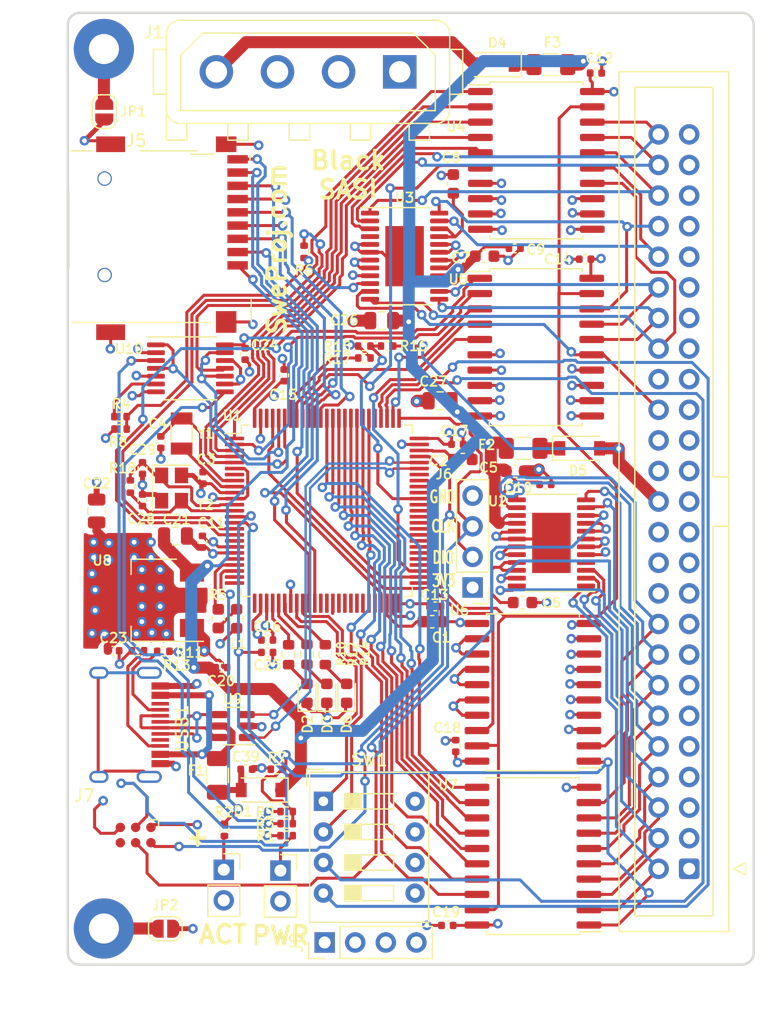
<source format=kicad_pcb>
(kicad_pcb (version 20211014) (generator pcbnew)

  (general
    (thickness 4.69)
  )

  (paper "A4")
  (title_block
    (title "BlackSASI")
    (date "2022-03-20")
    (rev "1.00")
    (company "SweProj.com")
  )

  (layers
    (0 "F.Cu" signal)
    (1 "In1.Cu" signal)
    (2 "In2.Cu" signal)
    (31 "B.Cu" signal)
    (32 "B.Adhes" user "B.Adhesive")
    (33 "F.Adhes" user "F.Adhesive")
    (34 "B.Paste" user)
    (35 "F.Paste" user)
    (36 "B.SilkS" user "B.Silkscreen")
    (37 "F.SilkS" user "F.Silkscreen")
    (38 "B.Mask" user)
    (39 "F.Mask" user)
    (40 "Dwgs.User" user "User.Drawings")
    (41 "Cmts.User" user "User.Comments")
    (42 "Eco1.User" user "User.Eco1")
    (43 "Eco2.User" user "User.Eco2")
    (44 "Edge.Cuts" user)
    (45 "Margin" user)
    (46 "B.CrtYd" user "B.Courtyard")
    (47 "F.CrtYd" user "F.Courtyard")
    (48 "B.Fab" user)
    (49 "F.Fab" user)
  )

  (setup
    (stackup
      (layer "F.SilkS" (type "Top Silk Screen"))
      (layer "F.Paste" (type "Top Solder Paste"))
      (layer "F.Mask" (type "Top Solder Mask") (thickness 0.01))
      (layer "F.Cu" (type "copper") (thickness 0.035))
      (layer "dielectric 1" (type "core") (thickness 1.51) (material "FR4") (epsilon_r 4.5) (loss_tangent 0.02))
      (layer "In1.Cu" (type "copper") (thickness 0.035))
      (layer "dielectric 2" (type "prepreg") (thickness 1.51) (material "FR4") (epsilon_r 4.5) (loss_tangent 0.02))
      (layer "In2.Cu" (type "copper") (thickness 0.035))
      (layer "dielectric 3" (type "core") (thickness 1.51) (material "FR4") (epsilon_r 4.5) (loss_tangent 0.02))
      (layer "B.Cu" (type "copper") (thickness 0.035))
      (layer "B.Mask" (type "Bottom Solder Mask") (thickness 0.01))
      (layer "B.Paste" (type "Bottom Solder Paste"))
      (layer "B.SilkS" (type "Bottom Silk Screen"))
      (copper_finish "None")
      (dielectric_constraints no)
    )
    (pad_to_mask_clearance 0.05)
    (pcbplotparams
      (layerselection 0x00010fc_ffffffff)
      (disableapertmacros false)
      (usegerberextensions true)
      (usegerberattributes true)
      (usegerberadvancedattributes true)
      (creategerberjobfile false)
      (svguseinch false)
      (svgprecision 6)
      (excludeedgelayer false)
      (plotframeref false)
      (viasonmask false)
      (mode 1)
      (useauxorigin false)
      (hpglpennumber 1)
      (hpglpenspeed 20)
      (hpglpendiameter 15.000000)
      (dxfpolygonmode true)
      (dxfimperialunits true)
      (dxfusepcbnewfont true)
      (psnegative false)
      (psa4output false)
      (plotreference true)
      (plotvalue true)
      (plotinvisibletext false)
      (sketchpadsonfab false)
      (subtractmaskfromsilk true)
      (outputformat 4)
      (mirror false)
      (drillshape 0)
      (scaleselection 1)
      (outputdirectory "pdf")
    )
  )

  (net 0 "")
  (net 1 "/SD_MISO")
  (net 2 "GND")
  (net 3 "/SD_CLK")
  (net 4 "+3V3")
  (net 5 "/SD_MOSI")
  (net 6 "/SD_CS")
  (net 7 "/SCSI_IO")
  (net 8 "/SCSI_REQ")
  (net 9 "/SCSI_CD")
  (net 10 "/SCSI_SEL")
  (net 11 "/SCSI_RST")
  (net 12 "/SCSI_ACK")
  (net 13 "/SCSI_BSY")
  (net 14 "/SCSI_ATN")
  (net 15 "/SCSI_MSG")
  (net 16 "/SCSI_DBP")
  (net 17 "/SCSI_DAT7")
  (net 18 "/SCSI_DAT6")
  (net 19 "/SCSI_DAT5")
  (net 20 "/SCSI_DAT4")
  (net 21 "/SCSI_DAT3")
  (net 22 "/SCSI_DAT2")
  (net 23 "/SCSI_DAT1")
  (net 24 "/SCSI_DAT0")
  (net 25 "/TERM_PWR")
  (net 26 "+5V")
  (net 27 "/EXTERNAL_LED")
  (net 28 "Net-(J4-Pad1)")
  (net 29 "unconnected-(J2-Pad34)")
  (net 30 "unconnected-(J2-Pad25)")
  (net 31 "Net-(C1-Pad1)")
  (net 32 "Net-(C2-Pad1)")
  (net 33 "Net-(C3-Pad1)")
  (net 34 "Net-(C4-Pad1)")
  (net 35 "Net-(C6-Pad1)")
  (net 36 "unconnected-(U1-Pad18)")
  (net 37 "unconnected-(U1-Pad21)")
  (net 38 "unconnected-(U1-Pad24)")
  (net 39 "unconnected-(J6-Pad2)")
  (net 40 "Net-(R3-Pad2)")
  (net 41 "Net-(C29-Pad1)")
  (net 42 "/LOW_TERM_1")
  (net 43 "Net-(R11-Pad2)")
  (net 44 "Net-(R13-Pad2)")
  (net 45 "/SD_DAT1")
  (net 46 "unconnected-(U1-Pad46)")
  (net 47 "unconnected-(U1-Pad55)")
  (net 48 "unconnected-(U1-Pad56)")
  (net 49 "unconnected-(U1-Pad57)")
  (net 50 "unconnected-(U1-Pad58)")
  (net 51 "unconnected-(U1-Pad59)")
  (net 52 "unconnected-(U1-Pad60)")
  (net 53 "unconnected-(U1-Pad61)")
  (net 54 "unconnected-(U1-Pad62)")
  (net 55 "unconnected-(U1-Pad63)")
  (net 56 "unconnected-(U1-Pad64)")
  (net 57 "unconnected-(U1-Pad66)")
  (net 58 "unconnected-(U1-Pad80)")
  (net 59 "unconnected-(U1-Pad98)")
  (net 60 "Net-(H2-Pad1)")
  (net 61 "/SD_DET")
  (net 62 "unconnected-(U2-Pad4)")
  (net 63 "/SD_DAT2")
  (net 64 "unconnected-(U1-Pad37)")
  (net 65 "unconnected-(U1-Pad54)")
  (net 66 "Net-(C8-Pad1)")
  (net 67 "Net-(L1-Pad2)")
  (net 68 "unconnected-(U3-Pad4)")
  (net 69 "/HIGH TERM_2")
  (net 70 "Net-(F1-Pad2)")
  (net 71 "/E_SCSI_DAT0")
  (net 72 "/E_SCSI_DAT1")
  (net 73 "/E_SCSI_DAT2")
  (net 74 "/E_SCSI_DAT3")
  (net 75 "/E_SCSI_DAT4")
  (net 76 "/E_SCSI_DAT5")
  (net 77 "/E_SCSI_DAT6")
  (net 78 "/E_SCSI_DAT7")
  (net 79 "/E_SCSI_DBP")
  (net 80 "/E_SCSI_ATN")
  (net 81 "/E_SCSI_BSY")
  (net 82 "/E_SCSI_ACK")
  (net 83 "/E_SCSI_RST")
  (net 84 "/E_SCSI_MSG")
  (net 85 "/E_SCSI_SEL")
  (net 86 "/E_SCSI_CD")
  (net 87 "/E_SCSI_REQ")
  (net 88 "/E_SCSI_IO")
  (net 89 "/SCSI_DTD")
  (net 90 "/SCSI_IND")
  (net 91 "/SCSI_TAD")
  (net 92 "Net-(R5-Pad2)")
  (net 93 "/USB-")
  (net 94 "Net-(U9-Pad4)")
  (net 95 "Net-(U9-Pad6)")
  (net 96 "unconnected-(USB1-Pad13)")
  (net 97 "unconnected-(USB1-Pad9)")
  (net 98 "unconnected-(USB1-Pad3)")
  (net 99 "Net-(R4-Pad2)")
  (net 100 "USB_POWER")
  (net 101 "/LOW TERM_2")
  (net 102 "/HIGH_TERM_1")
  (net 103 "unconnected-(J6-Pad3)")
  (net 104 "unconnected-(J7-Pad1)")
  (net 105 "unconnected-(U1-Pad67)")
  (net 106 "unconnected-(U1-Pad68)")
  (net 107 "unconnected-(U1-Pad69)")
  (net 108 "/SWDIO")
  (net 109 "/SWCLK")
  (net 110 "+5VP")
  (net 111 "/HIGH_TERM")
  (net 112 "/LOW_TERM")
  (net 113 "Net-(D5-Pad1)")
  (net 114 "Net-(D4-Pad1)")
  (net 115 "unconnected-(J7-Pad6)")
  (net 116 "/nRST")
  (net 117 "Net-(D2-Pad2)")
  (net 118 "Net-(D3-Pad2)")
  (net 119 "Net-(D6-Pad2)")
  (net 120 "/LED1")
  (net 121 "/LED2")
  (net 122 "/LED3")
  (net 123 "/SW1")
  (net 124 "/SW2")
  (net 125 "/SW3")
  (net 126 "/SW4")
  (net 127 "Net-(R15-Pad2)")
  (net 128 "Net-(R17-Pad1)")
  (net 129 "unconnected-(U1-Pad7)")
  (net 130 "unconnected-(J1-Pad1)")
  (net 131 "unconnected-(U1-Pad38)")
  (net 132 "unconnected-(U1-Pad39)")
  (net 133 "unconnected-(U1-Pad40)")
  (net 134 "unconnected-(U1-Pad41)")
  (net 135 "unconnected-(U1-Pad42)")
  (net 136 "unconnected-(U1-Pad43)")
  (net 137 "unconnected-(U1-Pad44)")
  (net 138 "unconnected-(U1-Pad45)")
  (net 139 "/USB+")
  (net 140 "Net-(C28-Pad1)")
  (net 141 "Net-(J3-Pad1)")
  (net 142 "Net-(H1-Pad1)")
  (net 143 "/~{TRANS_OE}")
  (net 144 "/UART_RX")
  (net 145 "/UART_TX")
  (net 146 "unconnected-(U10-Pad2)")

  (footprint "Connector_IDC:IDC-Header_2x25_P2.54mm_Vertical" (layer "F.Cu") (at 169.634999 131.044824 180))

  (footprint "Diode_SMD:D_SOD-123" (layer "F.Cu") (at 160.534999 96.144824))

  (footprint "Diode_SMD:D_SOD-123" (layer "F.Cu") (at 153.434999 64.294824 180))

  (footprint "Connector_PinSocket_2.54mm:PinSocket_1x02_P2.54mm_Vertical" (layer "F.Cu") (at 130.959999 131.124824))

  (footprint "Connector_PinSocket_2.54mm:PinSocket_1x02_P2.54mm_Vertical" (layer "F.Cu") (at 135.669999 131.194824))

  (footprint "Button_Switch_THT:SW_DIP_SPSTx04_Slide_9.78x12.34mm_W7.62mm_P2.54mm" (layer "F.Cu") (at 139.234999 125.444824))

  (footprint "LED_SMD:LED_0603_1608Metric" (layer "F.Cu") (at 141.1712 116.482525 90))

  (footprint "Resistor_SMD:R_0603_1608Metric" (layer "F.Cu") (at 137.8712 113.247376 90))

  (footprint "LED_SMD:LED_0603_1608Metric" (layer "F.Cu") (at 139.5212 116.482525 90))

  (footprint "Capacitor_SMD:C_0402_1005Metric" (layer "F.Cu") (at 155.134999 79.544824))

  (footprint "Capacitor_SMD:C_0603_1608Metric" (layer "F.Cu") (at 150.822999 97.072824))

  (footprint "Diode_SMD:D_SOD-123" (layer "F.Cu") (at 134.058999 124.504824 180))

  (footprint "MountingHole:MountingHole_2.5mm_Pad_TopBottom" (layer "F.Cu") (at 121 136))

  (footprint "Connector_TE-Connectivity:TE_MATE-N-LOK_350211-1_1x04_P5.08mm_Vertical" (layer "F.Cu") (at 145.584999 64.894824 180))

  (footprint "Capacitor_SMD:C_0603_1608Metric" (layer "F.Cu") (at 150.034999 74.194824 90))

  (footprint "Resistor_SMD:R_0402_1005Metric" (layer "F.Cu") (at 144.535 87.655 180))

  (footprint "Resistor_SMD:R_0402_1005Metric" (layer "F.Cu") (at 125.934999 112.994824 180))

  (footprint "Capacitor_SMD:C_0402_1005Metric" (layer "F.Cu") (at 161.884999 64.994824))

  (footprint "Capacitor_SMD:C_0402_1005Metric" (layer "F.Cu") (at 129.232999 98.596824 -90))

  (footprint "Resistor_SMD:R_0402_1005Metric" (layer "F.Cu") (at 122.384999 94.544824))

  (footprint "Resistor_SMD:R_0402_1005Metric" (layer "F.Cu") (at 142.635 87.655))

  (footprint "BlackSASI:HRO-TYPE-C-31-M-12" (layer "F.Cu") (at 117.983 119.094824 -90))

  (footprint "Package_SO:SOIC-20W_7.5x12.8mm_P1.27mm" (layer "F.Cu") (at 156.649999 129.994824 180))

  (footprint "Capacitor_SMD:C_0402_1005Metric" (layer "F.Cu") (at 148.536999 109.264824))

  (footprint "Capacitor_SMD:C_0402_1005Metric" (layer "F.Cu") (at 121.784999 112.944824))

  (footprint "Capacitor_SMD:C_0805_2012Metric" (layer "F.Cu") (at 126.946999 103.422824))

  (footprint "Capacitor_SMD:C_0402_1005Metric" (layer "F.Cu") (at 130.756999 114.344824))

  (footprint "BlackSASI:TSSOP-24-1EP_4.4x7.8mm_P0.65mm_EP3.2x5mm" (layer "F.Cu") (at 158.184999 103.994824 180))

  (footprint "Capacitor_SMD:C_0402_1005Metric" (layer "F.Cu") (at 149.534999 135.744824 180))

  (footprint "Resistor_SMD:R_0603_1608Metric" (layer "F.Cu") (at 136.3472 113.2718 90))

  (footprint "Resistor_SMD:R_0402_1005Metric" (layer "F.Cu") (at 137.634999 79.834824 -90))

  (footprint "Resistor_SMD:R_0603_1608Metric" (layer "F.Cu") (at 139.3952 113.2718 90))

  (footprint "Resistor_SMD:R_0402_1005Metric" (layer "F.Cu") (at 136.184999 128.294824 180))

  (footprint "LED_SMD:LED_0603_1608Metric" (layer "F.Cu") (at 137.8712 116.482525 90))

  (footprint "BlackSASI:Fuse_1206_3216Metric" (layer "F.Cu") (at 155.834999 96.144824))

  (footprint "Capacitor_SMD:C_0402_1005Metric" (layer "F.Cu") (at 157.684999 99.144824))

  (footprint "Capacitor_SMD:C_0402_1005Metric" (layer "F.Cu") (at 160.984999 80.444824 180))

  (footprint "Resistor_SMD:R_0402_1005Metric" (layer "F.Cu") (at 123.825 112.944824))

  (footprint "Connector:Tag-Connect_TC2030-IDC-FP_2x03_P1.27mm_Vertical" (layer "F.Cu") (at 123.634999 128.244824 180))

  (footprint "Capacitor_SMD:C_0402_1005Metric" (layer "F.Cu") (at 129.184999 103.894824 -90))

  (footprint "Connector_PinHeader_2.54mm:PinHeader_1x04_P2.54mm_Vertical" (layer "F.Cu") (at 139.3444 137.16 90))

  (footprint "Capacitor_SMD:C_0402_1005Metric" (layer "F.Cu") (at 134.566999 112.058824 180))

  (footprint "BlackSASI:Fuse_1206_3216Metric" (layer "F.Cu") (at 158.134999 64.294824 180))

  (footprint "Resistor_SMD:R_0402_1005Metric" (layer "F.Cu")
    (tedit 5F68FEEE) (tstamp 87b9636d-970f-48ad-aeba-dc46a88c56f3)
    (at 131.010999 127.806824 90)
    (descr "Resistor SMD 0402 (1005 Metric), square (rectangular) end terminal, IPC_7351 nominal, (Body size source: IPC-SM-782 page 72, https://www.pcb-3d.com/wordpress/wp-content/uploads/ipc-sm-782a_amendment_1_and_2.pdf), generated with kicad-footprint-generator")
    (tags "resistor")
    (property "LCSC" "C25117")
    (property "Sheetfile" "BlackSASI.kicad_sch")
    (property "Sheetname" "")
    (path "/57e200a6-ccfd-4b09-8b65-3ac22c9764d9")
    (attr smd)
    (fp_text reference "R2" (at 1.467224 -0.048599 180) (layer "F.SilkS")
      (effects (font (size 0.8 0.8) (thickness 0.15)))
      (tstamp c85ef790-7bde-464c-8cf2-1f387f0eb910)
    )
    (fp_text value "470" (at 0 1.17 90) (layer "F.Fab")
      (effects (font (size 1 1) (thickness 0.15)))
      (tstamp c241c652-c35f-4701-94ad-a6100be927fd)
    )
    (fp_text user "${REFERENCE}" (at 0 0 90) (layer "F.Fab")
      (effects (font (size 0.26 0.26) (thickness 0.04)))
      (tstamp 8db99888-6384-4a2a-acc0-44d300fa62c8)
    )
    (fp_line (start -0.153641 -0.38) (end 0.153641 -0.38) (layer "F.SilkS") (width 0.12) (tstamp 6a20c84c-a6b5-42cd-8ff2-4f58202ed23a))
    (fp_line (start -0.153641 0.38) (end 0.153641 0.38) (layer "F.SilkS") (width 0.12) (tstamp 8f208eed-0d52-4843-b906-b6076007522e))
    (fp_line (start 0.93 0.47) (end -0.93 0.47) (layer "F.CrtYd") (width 0.05) (tstamp 1e3c508c-caf1-4a10-bd28-1d0b6eea77c8))
    (fp_line (start -0.93 -0.47) (end 0.93 -0.47) (layer "F.CrtYd") (width 0.05) (tstamp 66038996-a46c-4850-9f62-775499845652))
    (fp_line (start -0.93 0.47) (end -0.93 -0.47) (layer "F.CrtYd") (width 0.05) (tstamp cd4a54b8-ae25-452f-9cac-4f606f47831d))
    (fp_line (start 0.93 -0.47) (end 0.93 0.47) (layer "F.CrtYd") (width 0.05) (tstamp f1d86bdd-caf2-4592-8051-deda04e358cb))
    (fp_line (start 0.525 -0.27) (end 0.525 0.27) (layer "F.Fab") (width 0.1) (tstamp 17a5c135-13b9-43c9-ab34-a5d32bfab494))
    (fp_line (start -0.525 -0.27) (end 0.525 -0.27) (layer "F.Fab") (width 0.1) (tstamp 2ebb2487-8abe-4bde-8ab4-fed9ee024d37))
    (fp_line (start -0.525 0.27) (end -0.525 -0.27) (layer "F.Fab") (width 0.1) (tstamp 31661ca5-99ab-4943-9e3f-fa1577f65694))
    (fp_line (start 0.5
... [1598796 chars truncated]
</source>
